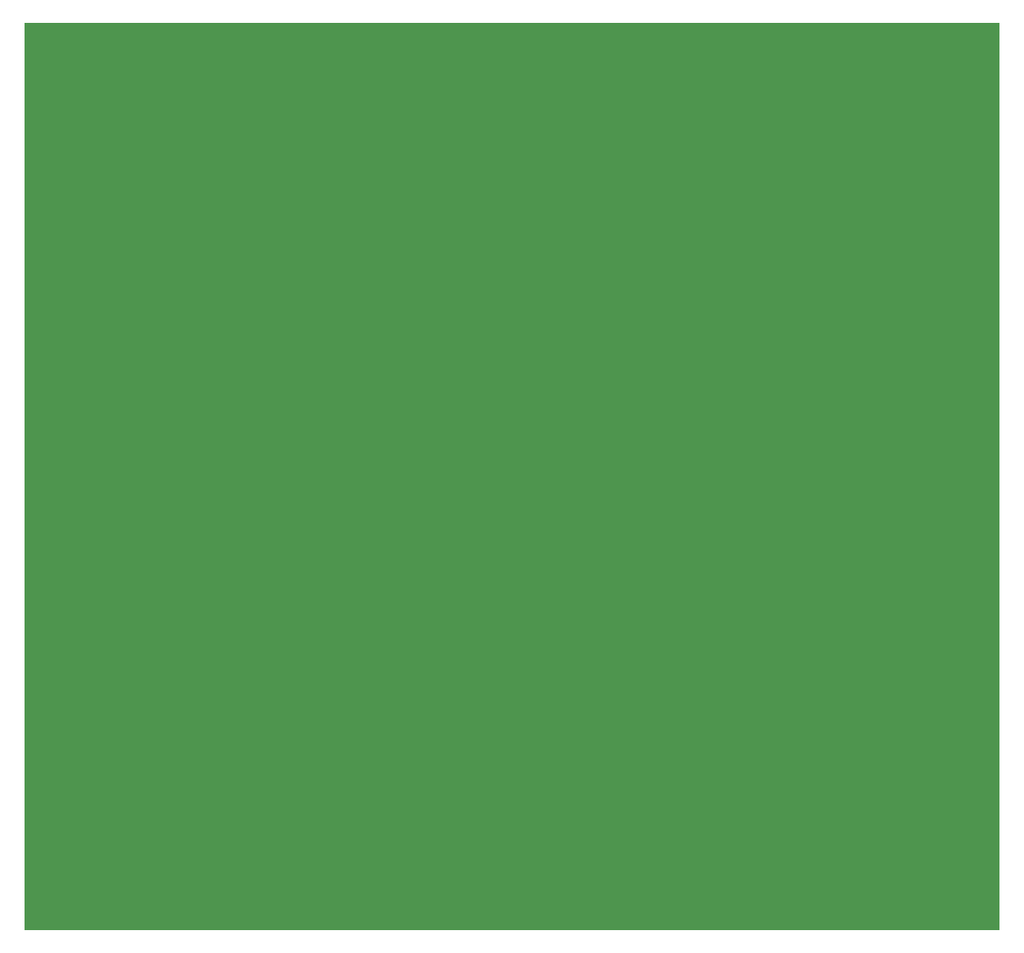
<source format=gbs>
G75*
%MOIN*%
%OFA0B0*%
%FSLAX25Y25*%
%IPPOS*%
%LPD*%
%AMOC8*
5,1,8,0,0,1.08239X$1,22.5*
%
%ADD10R,3.97638X3.70079*%
D10*
X0243845Y0214098D03*
M02*

</source>
